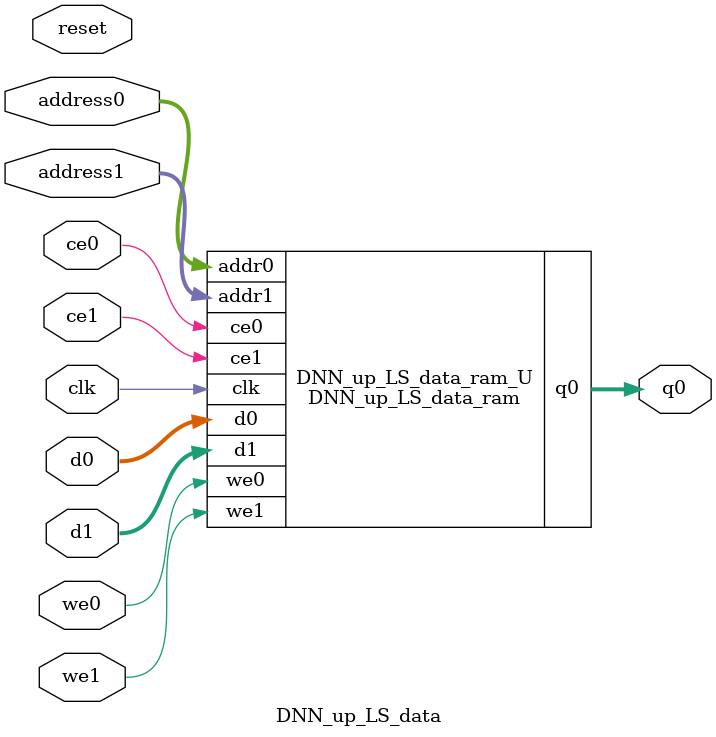
<source format=v>
`timescale 1 ns / 1 ps
module DNN_up_LS_data_ram (addr0, ce0, d0, we0, q0, addr1, ce1, d1, we1,  clk);

parameter DWIDTH = 32;
parameter AWIDTH = 7;
parameter MEM_SIZE = 104;

input[AWIDTH-1:0] addr0;
input ce0;
input[DWIDTH-1:0] d0;
input we0;
output reg[DWIDTH-1:0] q0;
input[AWIDTH-1:0] addr1;
input ce1;
input[DWIDTH-1:0] d1;
input we1;
input clk;

(* ram_style = "block" *)reg [DWIDTH-1:0] ram[0:MEM_SIZE-1];




always @(posedge clk)  
begin 
    if (ce0) 
    begin
        if (we0) 
        begin 
            ram[addr0] <= d0; 
        end 
        q0 <= ram[addr0];
    end
end


always @(posedge clk)  
begin 
    if (ce1) 
    begin
        if (we1) 
        begin 
            ram[addr1] <= d1; 
        end 
    end
end


endmodule

`timescale 1 ns / 1 ps
module DNN_up_LS_data(
    reset,
    clk,
    address0,
    ce0,
    we0,
    d0,
    q0,
    address1,
    ce1,
    we1,
    d1);

parameter DataWidth = 32'd32;
parameter AddressRange = 32'd104;
parameter AddressWidth = 32'd7;
input reset;
input clk;
input[AddressWidth - 1:0] address0;
input ce0;
input we0;
input[DataWidth - 1:0] d0;
output[DataWidth - 1:0] q0;
input[AddressWidth - 1:0] address1;
input ce1;
input we1;
input[DataWidth - 1:0] d1;



DNN_up_LS_data_ram DNN_up_LS_data_ram_U(
    .clk( clk ),
    .addr0( address0 ),
    .ce0( ce0 ),
    .we0( we0 ),
    .d0( d0 ),
    .q0( q0 ),
    .addr1( address1 ),
    .ce1( ce1 ),
    .we1( we1 ),
    .d1( d1 ));

endmodule


</source>
